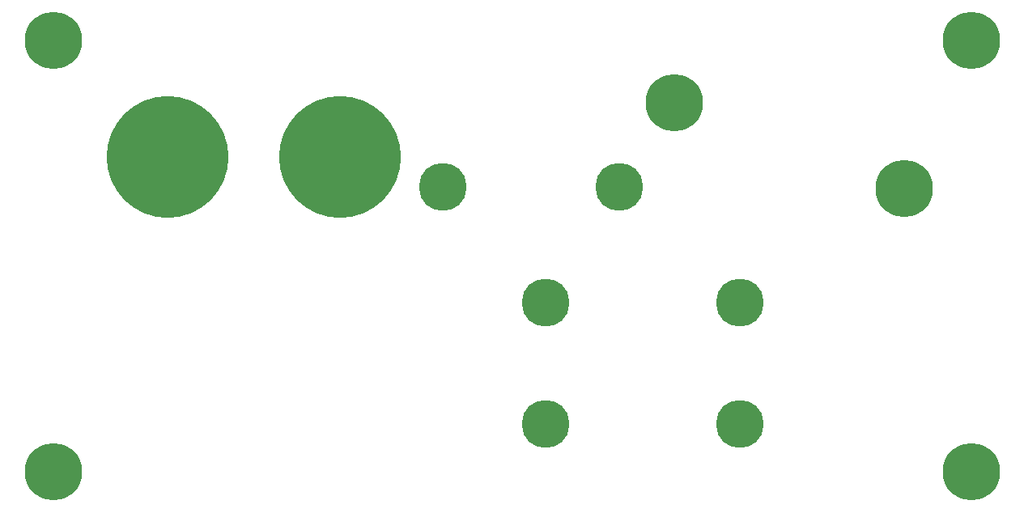
<source format=gbr>
%TF.GenerationSoftware,KiCad,Pcbnew,9.0.2*%
%TF.CreationDate,2025-05-19T10:18:23-04:00*%
%TF.ProjectId,frontPanel,66726f6e-7450-4616-9e65-6c2e6b696361,1*%
%TF.SameCoordinates,Original*%
%TF.FileFunction,Soldermask,Top*%
%TF.FilePolarity,Negative*%
%FSLAX46Y46*%
G04 Gerber Fmt 4.6, Leading zero omitted, Abs format (unit mm)*
G04 Created by KiCad (PCBNEW 9.0.2) date 2025-05-19 10:18:23*
%MOMM*%
%LPD*%
G01*
G04 APERTURE LIST*
%ADD10C,12.750000*%
%ADD11C,6.000000*%
%ADD12C,5.000000*%
G04 APERTURE END LIST*
D10*
%TO.C,J1*%
X106000000Y-96860000D03*
%TD*%
D11*
%TO.C,J6*%
X190010000Y-84735000D03*
%TD*%
D12*
%TO.C,J9*%
X145540000Y-112150000D03*
X165860000Y-112150000D03*
X165860000Y-124850000D03*
X145540000Y-124850000D03*
%TD*%
D11*
%TO.C,J4*%
X159000000Y-91210000D03*
X183000000Y-100210000D03*
%TD*%
D10*
%TO.C,J2*%
X124000000Y-96860000D03*
%TD*%
D11*
%TO.C,J5*%
X93990000Y-84735000D03*
%TD*%
%TO.C,J7*%
X190010000Y-129875000D03*
%TD*%
%TO.C,J8*%
X93990000Y-129875000D03*
%TD*%
D12*
%TO.C,J3*%
X134750000Y-100060000D03*
X153250000Y-100060000D03*
%TD*%
M02*

</source>
